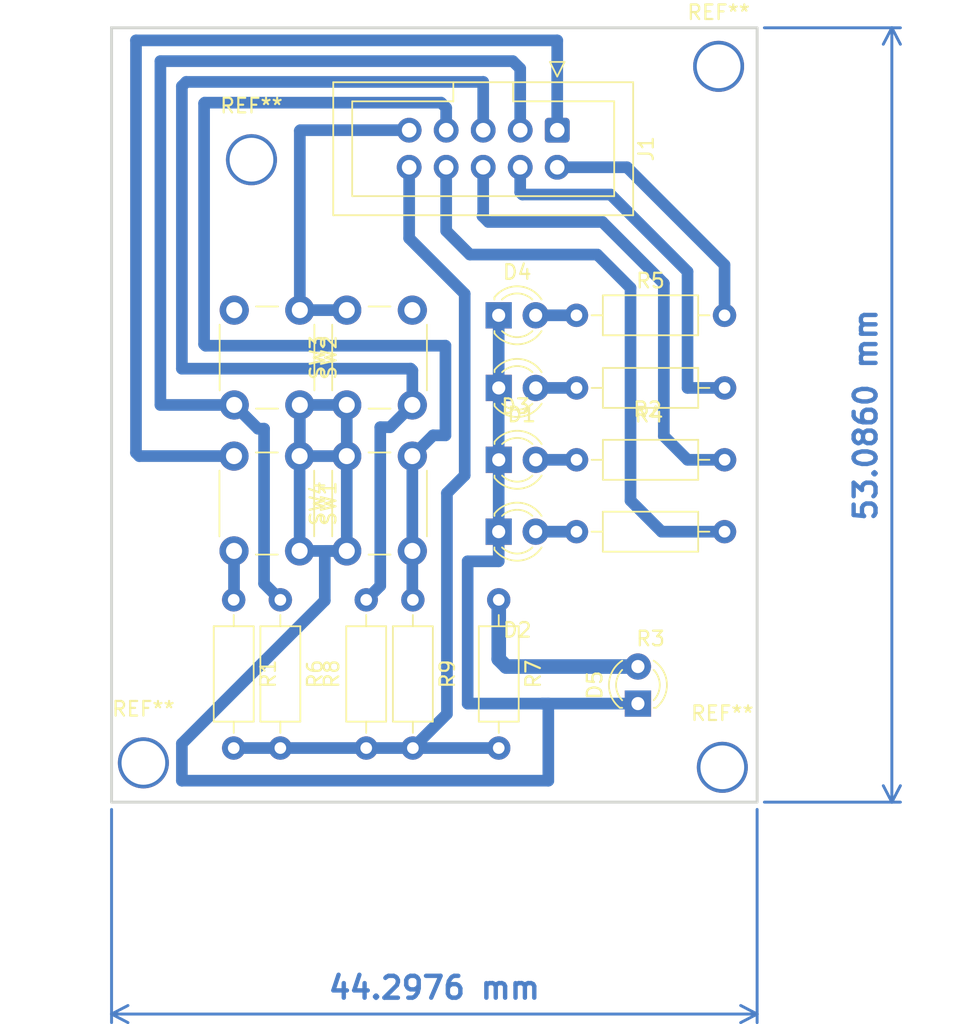
<source format=kicad_pcb>
(kicad_pcb (version 20211014) (generator pcbnew)
  (layers (0 "F.Cu" signal) (31 "B.Cu" signal) (34 "B.Paste" user) (35 "F.Paste" user) (36 "B.SilkS" user "B.Silkscreen") (37 "F.SilkS" user "F.Silkscreen") (38 "B.Mask" user) (39 "F.Mask" user) (44 "Edge.Cuts" user))
  (net 0 "")
  (net 1 "GND")
  (net 2 "Net-(D1-Pad2)")
  (net 3 "Net-(D2-Pad2)")
  (net 4 "Net-(D3-Pad2)")
  (net 5 "Net-(D4-Pad2)")
  (net 6 "/5v")
  (net 7 "/B1")
  (net 8 "/L2")
  (net 9 "/L3")
  (net 10 "/L4")
  (net 11 "/L1")
  (net 12 "/B2")
  (net 13 "/B3")
  (net 14 "/B4")
  (net 15 "Net-(D5-Pad2)")
  (footprint "Resistor_THT:R_Axial_DIN0207_L6.3mm_D2.5mm_P10.16mm_Horizontal" (layer "F.Cu") (at 54.615 48.9204)
    (fp_text reference "R3" (at 5.08 12.2604) (layer "F.SilkS"))
    (fp_text value "1000")
    (fp_line (start 1.81 1.37) (end 8.35 1.37) (layer "F.SilkS") (width 0.12))
    (fp_line (start 9.12 0) (end 8.35 0) (layer "F.SilkS") (width 0.12))
    (fp_line (start 8.35 1.37) (end 8.35 -1.37) (layer "F.SilkS") (width 0.12))
    (fp_line (start 8.35 -1.37) (end 1.81 -1.37) (layer "F.SilkS") (width 0.12))
    (fp_line (start 1.04 0) (end 1.81 0) (layer "F.SilkS") (width 0.12))
    (fp_line (start 1.81 -1.37) (end 1.81 1.37) (layer "F.SilkS") (width 0.12))
    (pad "1" thru_hole circle (at 0 0) (size 1.6 1.6) (drill 0.8) (layers *.Cu *.Mask) (net 3 "Net-(D2-Pad2)"))
    (pad "2" thru_hole oval (at 10.16 0) (size 1.6 1.6) (drill 0.8) (layers *.Cu *.Mask) (net 9 "/L3"))
  )
  (footprint "MountingHole:MountingHole_2.7mm_Pad" (layer "F.Cu") (at 32.3088 28.3464)
    (fp_text reference "REF**" (at 0 -3.7) (layer "F.SilkS"))
    (fp_text value "MountingHole_2.7mm_Pad")
    (pad "1" thru_hole circle (at 0 0) (size 3.5 3.5) (drill 3) (layers *.Cu *.Mask))
  )
  (footprint "MountingHole:MountingHole_2.7mm_Pad" (layer "F.Cu") (at 64.6176 70.0024)
    (fp_text reference "REF**" (at 0 -3.7) (layer "F.SilkS"))
    (fp_text value "MountingHole_2.7mm_Pad")
    (pad "1" thru_hole circle (at 0 0) (size 3.5 3.5) (drill 3) (layers *.Cu *.Mask))
  )
  (footprint "LED_THT:LED_D3.0mm" (layer "F.Cu") (at 49.271 39.0144)
    (fp_text reference "D4" (at 1.27 -2.96) (layer "F.SilkS"))
    (fp_text value "LED")
    (fp_line (start -0.29 1.08) (end -0.29 1.236) (layer "F.SilkS") (width 0.12))
    (fp_line (start -0.29 -1.236) (end -0.29 -1.08) (layer "F.SilkS") (width 0.12))
    (fp_arc (start 2.942335 1.078608) (mid 1.366487 1.987659) (end -0.29 1.235516) (layer "F.SilkS") (width 0.12))
    (fp_arc (start -0.29 -1.235516) (mid 1.366487 -1.987659) (end 2.942335 -1.078608) (layer "F.SilkS") (width 0.12))
    (fp_arc (start 2.31113 1.079837) (mid 1.270117 1.5) (end 0.229039 1.08) (layer "F.SilkS") (width 0.12))
    (fp_arc (start 0.229039 -1.08) (mid 1.270117 -1.5) (end 2.31113 -1.079837) (layer "F.SilkS") (width 0.12))
    (pad "1" thru_hole rect (at 0 0) (size 1.8 1.8) (drill 0.9) (layers *.Cu *.Mask) (net 1 "GND"))
    (pad "2" thru_hole circle (at 2.54 0) (size 1.8 1.8) (drill 0.9) (layers *.Cu *.Mask) (net 5 "Net-(D4-Pad2)"))
  )
  (footprint "LED_THT:LED_D3.0mm" (layer "F.Cu") (at 49.276 43.9928)
    (fp_text reference "D1" (at 1.5748 1.8288) (layer "F.SilkS"))
    (fp_text value "LED")
    (fp_line (start -0.29 1.08) (end -0.29 1.236) (layer "F.SilkS") (width 0.12))
    (fp_line (start -0.29 -1.236) (end -0.29 -1.08) (layer "F.SilkS") (width 0.12))
    (fp_arc (start 2.31113 1.079837) (mid 1.270117 1.5) (end 0.229039 1.08) (layer "F.SilkS") (width 0.12))
    (fp_arc (start 0.229039 -1.08) (mid 1.270117 -1.5) (end 2.31113 -1.079837) (layer "F.SilkS") (width 0.12))
    (fp_arc (start -0.29 -1.235516) (mid 1.366487 -1.987659) (end 2.942335 -1.078608) (layer "F.SilkS") (width 0.12))
    (fp_arc (start 2.942335 1.078608) (mid 1.366487 1.987659) (end -0.29 1.235516) (layer "F.SilkS") (width 0.12))
    (pad "1" thru_hole rect (at 0 0) (size 1.8 1.8) (drill 0.9) (layers *.Cu *.Mask) (net 1 "GND"))
    (pad "2" thru_hole circle (at 2.54 0) (size 1.8 1.8) (drill 0.9) (layers *.Cu *.Mask) (net 2 "Net-(D1-Pad2)"))
  )
  (footprint "Resistor_THT:R_Axial_DIN0207_L6.3mm_D2.5mm_P10.16mm_Horizontal" (layer "F.Cu") (at 40.1828 68.6816 90)
    (fp_text reference "R8" (at 5.08 -2.37 90) (layer "F.SilkS"))
    (fp_text value "R")
    (fp_line (start 8.35 1.37) (end 8.35 -1.37) (layer "F.SilkS") (width 0.12))
    (fp_line (start 9.12 0) (end 8.35 0) (layer "F.SilkS") (width 0.12))
    (fp_line (start 1.81 -1.37) (end 1.81 1.37) (layer "F.SilkS") (width 0.12))
    (fp_line (start 1.81 1.37) (end 8.35 1.37) (layer "F.SilkS") (width 0.12))
    (fp_line (start 1.04 0) (end 1.81 0) (layer "F.SilkS") (width 0.12))
    (fp_line (start 8.35 -1.37) (end 1.81 -1.37) (layer "F.SilkS") (width 0.12))
    (pad "1" thru_hole circle (at 0 0 90) (size 1.6 1.6) (drill 0.8) (layers *.Cu *.Mask) (net 6 "/5v"))
    (pad "2" thru_hole oval (at 10.16 0 90) (size 1.6 1.6) (drill 0.8) (layers *.Cu *.Mask) (net 13 "/B3"))
  )
  (footprint "Resistor_THT:R_Axial_DIN0207_L6.3mm_D2.5mm_P10.16mm_Horizontal" (layer "F.Cu") (at 54.615 43.9928)
    (fp_text reference "R2" (at 4.8718 1.4732) (layer "F.SilkS"))
    (fp_text value "1000")
    (fp_line (start 1.81 1.37) (end 8.35 1.37) (layer "F.SilkS") (width 0.12))
    (fp_line (start 8.35 1.37) (end 8.35 -1.37) (layer "F.SilkS") (width 0.12))
    (fp_line (start 9.12 0) (end 8.35 0) (layer "F.SilkS") (width 0.12))
    (fp_line (start 1.04 0) (end 1.81 0) (layer "F.SilkS") (width 0.12))
    (fp_line (start 8.35 -1.37) (end 1.81 -1.37) (layer "F.SilkS") (width 0.12))
    (fp_line (start 1.81 -1.37) (end 1.81 1.37) (layer "F.SilkS") (width 0.12))
    (pad "1" thru_hole circle (at 0 0) (size 1.6 1.6) (drill 0.8) (layers *.Cu *.Mask) (net 2 "Net-(D1-Pad2)"))
    (pad "2" thru_hole oval (at 10.16 0) (size 1.6 1.6) (drill 0.8) (layers *.Cu *.Mask) (net 8 "/L2"))
  )
  (footprint "LED_THT:LED_D3.0mm" (layer "F.Cu") (at 49.276 48.9204)
    (fp_text reference "D2" (at 1.27 11.6704) (layer "F.SilkS"))
    (fp_text value "LED")
    (fp_line (start -0.29 1.08) (end -0.29 1.236) (layer "F.SilkS") (width 0.12))
    (fp_line (start -0.29 -1.236) (end -0.29 -1.08) (layer "F.SilkS") (width 0.12))
    (fp_arc (start -0.29 -1.235516) (mid 1.366487 -1.987659) (end 2.942335 -1.078608) (layer "F.SilkS") (width 0.12))
    (fp_arc (start 0.229039 -1.08) (mid 1.270117 -1.5) (end 2.31113 -1.079837) (layer "F.SilkS") (width 0.12))
    (fp_arc (start 2.942335 1.078608) (mid 1.366487 1.987659) (end -0.29 1.235516) (layer "F.SilkS") (width 0.12))
    (fp_arc (start 2.31113 1.079837) (mid 1.270117 1.5) (end 0.229039 1.08) (layer "F.SilkS") (width 0.12))
    (pad "1" thru_hole rect (at 0 0) (size 1.8 1.8) (drill 0.9) (layers *.Cu *.Mask) (net 1 "GND"))
    (pad "2" thru_hole circle (at 2.54 0) (size 1.8 1.8) (drill 0.9) (layers *.Cu *.Mask) (net 3 "Net-(D2-Pad2)"))
  )
  (footprint "LED_THT:LED_D3.0mm" (layer "F.Cu") (at 58.8264 65.6336 90)
    (fp_text reference "D5" (at 1.27 -2.96 90) (layer "F.SilkS"))
    (fp_text value "LED")
    (fp_line (start -0.29 1.08) (end -0.29 1.236) (layer "F.SilkS") (width 0.12))
    (fp_line (start -0.29 -1.236) (end -0.29 -1.08) (layer "F.SilkS") (width 0.12))
    (fp_arc (start 2.31113 1.079837) (mid 1.270117 1.5) (end 0.229039 1.08) (layer "F.SilkS") (width 0.12))
    (fp_arc (start 2.942335 1.078608) (mid 1.366487 1.987659) (end -0.29 1.235516) (layer "F.SilkS") (width 0.12))
    (fp_arc (start 0.229039 -1.08) (mid 1.270117 -1.5) (end 2.31113 -1.079837) (layer "F.SilkS") (width 0.12))
    (fp_arc (start -0.29 -1.235516) (mid 1.366487 -1.987659) (end 2.942335 -1.078608) (layer "F.SilkS") (width 0.12))
    (pad "1" thru_hole rect (at 0 0 90) (size 1.8 1.8) (drill 0.9) (layers *.Cu *.Mask) (net 1 "GND"))
    (pad "2" thru_hole circle (at 2.54 0 90) (size 1.8 1.8) (drill 0.9) (layers *.Cu *.Mask) (net 15 "Net-(D5-Pad2)"))
  )
  (footprint "Connector_IDC:IDC-Header_2x05_P2.54mm_Vertical" (layer "F.Cu") (at 53.2892 26.3239 -90)
    (fp_text reference "J1" (at 1.27 -6.1 90) (layer "F.SilkS"))
    (fp_text value "Control Botones")
    (fp_line (start 4.52 -3.91) (end 4.52 14.07) (layer "F.SilkS") (width 0.12))
    (fp_line (start -4.68 0.5) (end -3.68 0) (layer "F.SilkS") (width 0.12))
    (fp_line (start -3.29 3.03) (end -1.98 3.03) (layer "F.SilkS") (width 0.12))
    (fp_line (start -1.98 14.07) (end -1.98 7.13) (layer "F.SilkS") (width 0.12))
    (fp_line (start 4.52 14.07) (end -1.98 14.07) (layer "F.SilkS") (width 0.12))
    (fp_line (start -1.98 7.13) (end -3.29 7.13) (layer "F.SilkS") (width 0.12))
    (fp_line (start -1.98 -3.91) (end 4.52 -3.91) (layer "F.SilkS") (width 0.12))
    (fp_line (start 5.83 15.37) (end -3.29 15.37) (layer "F.SilkS") (width 0.12))
    (fp_line (start -4.68 -0.5) (end -4.68 0.5) (layer "F.SilkS") (width 0.12))
    (fp_line (start 5.83 -5.21) (end 5.83 15.37) (layer "F.SilkS") (width 0.12))
    (fp_line (start -1.98 7.13) (end -1.98 7.13) (layer "F.SilkS") (width 0.12))
    (fp_line (start -3.29 -5.21) (end 5.83 -5.21) (layer "F.SilkS") (width 0.12))
    (fp_line (start -3.68 0) (end -4.68 -0.5) (layer "F.SilkS") (width 0.12))
    (fp_line (start -1.98 3.03) (end -1.98 -3.91) (layer "F.SilkS") (width 0.12))
    (fp_line (start -3.29 15.37) (end -3.29 -5.21) (layer "F.SilkS") (width 0.12))
    (pad "1" thru_hole roundrect (at 0 0 270) (size 1.7 1.7) (drill 1) (layers *.Cu *.Mask) (roundrect_rratio 0.147059) (net 7 "/B1"))
    (pad "2" thru_hole circle (at 2.54 0 270) (size 1.7 1.7) (drill 1) (layers *.Cu *.Mask) (net 11 "/L1"))
    (pad "3" thru_hole circle (at 0 2.54 270) (size 1.7 1.7) (drill 1) (layers *.Cu *.Mask) (net 12 "/B2"))
    (pad "4" thru_hole circle (at 2.54 2.54 270) (size 1.7 1.7) (drill 1) (layers *.Cu *.Mask) (net 8 "/L2"))
    (pad "5" thru_hole circle (at 0 5.08 270) (size 1.7 1.7) (drill 1) (layers *.Cu *.Mask) (net 13 "/B3"))
    (pad "6" thru_hole circle (at 2.54 5.08 270) (size 1.7 1.7) (drill 1) (layers *.Cu *.Mask) (net 9 "/L3"))
    (pad "7" thru_hole circle (at 0 7.62 270) (size 1.7 1.7) (drill 1) (layers *.Cu *.Mask) (net 14 "/B4"))
    (pad "8" thru_hole circle (at 2.54 7.62 270) (size 1.7 1.7) (drill 1) (layers *.Cu *.Mask) (net 10 "/L4"))
    (pad "9" thru_hole circle (at 0 10.16 270) (size 1.7 1.7) (drill 1) (layers *.Cu *.Mask) (net 1 "GND"))
    (pad "10" thru_hole circle (at 2.54 10.16 270) (size 1.7 1.7) (drill 1) (layers *.Cu *.Mask) (net 6 "/5v"))
  )
  (footprint "Resistor_THT:R_Axial_DIN0207_L6.3mm_D2.5mm_P10.16mm_Horizontal" (layer "F.Cu") (at 54.61 39.0144)
    (fp_text reference "R5" (at 5.08 -2.37) (layer "F.SilkS"))
    (fp_text value "1000")
    (fp_line (start 1.81 1.37) (end 8.35 1.37) (layer "F.SilkS") (width 0.12))
    (fp_line (start 8.35 1.37) (end 8.35 -1.37) (layer "F.SilkS") (width 0.12))
    (fp_line (start 1.04 0) (end 1.81 0) (layer "F.SilkS") (width 0.12))
    (fp_line (start 1.81 -1.37) (end 1.81 1.37) (layer "F.SilkS") (width 0.12))
    (fp_line (start 9.12 0) (end 8.35 0) (layer "F.SilkS") (width 0.12))
    (fp_line (start 8.35 -1.37) (end 1.81 -1.37) (layer "F.SilkS") (width 0.12))
    (pad "1" thru_hole circle (at 0 0) (size 1.6 1.6) (drill 0.8) (layers *.Cu *.Mask) (net 5 "Net-(D4-Pad2)"))
    (pad "2" thru_hole oval (at 10.16 0) (size 1.6 1.6) (drill 0.8) (layers *.Cu *.Mask) (net 11 "/L1"))
  )
  (footprint "Resistor_THT:R_Axial_DIN0207_L6.3mm_D2.5mm_P10.16mm_Horizontal" (layer "F.Cu") (at 43.3832 58.5216 -90)
    (fp_text reference "R9" (at 5.08 -2.37 90) (layer "F.SilkS"))
    (fp_text value "R")
    (fp_line (start 9.12 0) (end 8.35 0) (layer "F.SilkS") (width 0.12))
    (fp_line (start 1.81 1.37) (end 8.35 1.37) (layer "F.SilkS") (width 0.12))
    (fp_line (start 1.81 -1.37) (end 1.81 1.37) (layer "F.SilkS") (width 0.12))
    (fp_line (start 8.35 -1.37) (end 1.81 -1.37) (layer "F.SilkS") (width 0.12))
    (fp_line (start 1.04 0) (end 1.81 0) (layer "F.SilkS") (width 0.12))
    (fp_line (start 8.35 1.37) (end 8.35 -1.37) (layer "F.SilkS") (width 0.12))
    (pad "1" thru_hole circle (at 0 0 270) (size 1.6 1.6) (drill 0.8) (layers *.Cu *.Mask) (net 14 "/B4"))
    (pad "2" thru_hole oval (at 10.16 0 270) (size 1.6 1.6) (drill 0.8) (layers *.Cu *.Mask) (net 6 "/5v"))
  )
  (footprint "Resistor_THT:R_Axial_DIN0207_L6.3mm_D2.5mm_P10.16mm_Horizontal" (layer "F.Cu") (at 54.61 53.848)
    (fp_text reference "R4" (at 4.9784 -8.0088) (layer "F.SilkS"))
    (fp_text value "1000")
    (fp_line (start 8.35 -1.37) (end 1.81 -1.37) (layer "F.SilkS") (width 0.12))
    (fp_line (start 1.04 0) (end 1.81 0) (layer "F.SilkS") (width 0.12))
    (fp_line (start 1.81 -1.37) (end 1.81 1.37) (layer "F.SilkS") (width 0.12))
    (fp_line (start 1.81 1.37) (end 8.35 1.37) (layer "F.SilkS") (width 0.12))
    (fp_line (start 9.12 0) (end 8.35 0) (layer "F.SilkS") (width 0.12))
    (fp_line (start 8.35 1.37) (end 8.35 -1.37) (layer "F.SilkS") (width 0.12))
    (pad "1" thru_hole circle (at 0 0) (size 1.6 1.6) (drill 0.8) (layers *.Cu *.Mask) (net 4 "Net-(D3-Pad2)"))
    (pad "2" thru_hole oval (at 10.16 0) (size 1.6 1.6) (drill 0.8) (layers *.Cu *.Mask) (net 10 "/L4"))
  )
  (footprint "Button_Switch_THT:SW_PUSH_6mm" (layer "F.Cu") (at 35.6108 48.6664 -90)
    (fp_text reference "SW1" (at 3.25 -2 90) (layer "F.SilkS"))
    (fp_text value "SW_Push")
    (fp_line (start 6.75 3) (end 6.75 1.5) (layer "F.SilkS") (width 0.12))
    (fp_line (start -0.25 1.5) (end -0.25 3) (layer "F.SilkS") (width 0.12))
    (fp_line (start 5.5 -1) (end 1 -1) (layer "F.SilkS") (width 0.12))
    (fp_line (start 1 5.5) (end 5.5 5.5) (layer "F.SilkS") (width 0.12))
    (pad "1" thru_hole circle (at 6.5 0) (size 2 2) (drill 1.1) (layers *.Cu *.Mask) (net 1 "GND"))
    (pad "1" thru_hole circle (at 0 0) (size 2 2) (drill 1.1) (layers *.Cu *.Mask) (net 1 "GND"))
    (pad "2" thru_hole circle (at 0 4.5) (size 2 2) (drill 1.1) (layers *.Cu *.Mask) (net 7 "/B1"))
    (pad "2" thru_hole circle (at 6.5 4.5) (size 2 2) (drill 1.1) (layers *.Cu *.Mask) (net 7 "/B1"))
  )
  (footprint "MountingHole:MountingHole_2.7mm_Pad" (layer "F.Cu") (at 64.3636 21.9456)
    (fp_text reference "REF**" (at 0 -3.7) (layer "F.SilkS"))
    (fp_text value "MountingHole_2.7mm_Pad")
    (pad "1" thru_hole circle (at 0 0) (size 3.5 3.5) (drill 3) (layers *.Cu *.Mask))
  )
  (footprint "Resistor_THT:R_Axial_DIN0207_L6.3mm_D2.5mm_P10.16mm_Horizontal" (layer "F.Cu") (at 34.29 58.5216 -90)
    (fp_text reference "R6" (at 5.08 -2.37 90) (layer "F.SilkS"))
    (fp_text value "R")
    (fp_line (start 8.35 1.37) (end 8.35 -1.37) (layer "F.SilkS") (width 0.12))
    (fp_line (start 1.81 -1.37) (end 1.81 1.37) (layer "F.SilkS") (width 0.12))
    (fp_line (start 9.12 0) (end 8.35 0) (layer "F.SilkS") (width 0.12))
    (fp_line (start 1.81 1.37) (end 8.35 1.37) (layer "F.SilkS") (width 0.12))
    (fp_line (start 1.04 0) (end 1.81 0) (layer "F.SilkS") (width 0.12))
    (fp_line (start 8.35 -1.37) (end 1.81 -1.37) (layer "F.SilkS") (width 0.12))
    (pad "1" thru_hole circle (at 0 0 270) (size 1.6 1.6) (drill 0.8) (layers *.Cu *.Mask) (net 12 "/B2"))
    (pad "2" thru_hole oval (at 10.16 0 270) (size 1.6 1.6) (drill 0.8) (layers *.Cu *.Mask) (net 6 "/5v"))
  )
  (footprint "Resistor_THT:R_Axial_DIN0207_L6.3mm_D2.5mm_P10.16mm_Horizontal" (layer "F.Cu") (at 49.276 58.5216 -90)
    (fp_text reference "R7" (at 5.08 -2.37 90) (layer "F.SilkS"))
    (fp_text value "1000")
    (fp_line (start 1.04 0) (end 1.81 0) (layer "F.SilkS") (width 0.12))
    (fp_line (start 1.81 1.37) (end 8.35 1.37) (layer "F.SilkS") (width 0.12))
    (fp_line (start 8.35 1.37) (end 8.35 -1.37) (layer "F.SilkS") (width 0.12))
    (fp_line (start 9.12 0) (end 8.35 0) (layer "F.SilkS") (width 0.12))
    (fp_line (start 1.81 -1.37) (end 1.81 1.37) (layer "F.SilkS") (width 0.12))
    (fp_line (start 8.35 -1.37) (end 1.81 -1.37) (layer "F.SilkS") (width 0.12))
    (pad "1" thru_hole circle (at 0 0 270) (size 1.6 1.6) (drill 0.8) (layers *.Cu *.Mask) (net 15 "Net-(D5-Pad2)"))
    (pad "2" thru_hole oval (at 10.16 0 270) (size 1.6 1.6) (drill 0.8) (layers *.Cu *.Mask) (net 6 "/5v"))
  )
  (footprint "Button_Switch_THT:SW_PUSH_6mm" (layer "F.Cu") (at 38.8472 55.1676 90)
    (fp_text reference "SW4" (at 3.25 -2 90) (layer "F.SilkS"))
    (fp_text value "SW_Push")
    (fp_line (start 6.75 3) (end 6.75 1.5) (layer "F.SilkS") (width 0.12))
    (fp_line (start 1 5.5) (end 5.5 5.5) (layer "F.SilkS") (width 0.12))
    (fp_line (start -0.25 1.5) (end -0.25 3) (layer "F.SilkS") (width 0.12))
    (fp_line (start 5.5 -1) (end 1 -1) (layer "F.SilkS") (width 0.12))
    (pad "1" thru_hole circle (at 0 0 180) (size 2 2) (drill 1.1) (layers *.Cu *.Mask) (net 1 "GND"))
    (pad "1" thru_hole circle (at 6.5 0 180) (size 2 2) (drill 1.1) (layers *.Cu *.Mask) (net 1 "GND"))
    (pad "2" thru_hole circle (at 0 4.5 180) (size 2 2) (drill 1.1) (layers *.Cu *.Mask) (net 14 "/B4"))
    (pad "2" thru_hole circle (at 6.5 4.5 180) (size 2 2) (drill 1.1) (layers *.Cu *.Mask) (net 14 "/B4"))
  )
  (footprint "Resistor_THT:R_Axial_DIN0207_L6.3mm_D2.5mm_P10.16mm_Horizontal" (layer "F.Cu") (at 31.0896 58.5216 -90)
    (fp_text reference "R1" (at 5.08 -2.37 90) (layer "F.SilkS"))
    (fp_text value "R")
    (fp_line (start 1.81 -1.37) (end 1.81 1.37) (layer "F.SilkS") (width 0.12))
    (fp_line (start 8.35 -1.37) (end 1.81 -1.37) (layer "F.SilkS") (width 0.12))
    (fp_line (start 1.81 1.37) (end 8.35 1.37) (layer "F.SilkS") (width 0.12))
    (fp_line (start 1.04 0) (end 1.81 0) (layer "F.SilkS") (width 0.12))
    (fp_line (start 8.35 1.37) (end 8.35 -1.37) (layer "F.SilkS") (width 0.12))
    (fp_line (start 9.12 0) (end 8.35 0) (layer "F.SilkS") (width 0.12))
    (pad "1" thru_hole circle (at 0 0 270) (size 1.6 1.6) (drill 0.8) (layers *.Cu *.Mask) (net 7 "/B1"))
    (pad "2" thru_hole oval (at 10.16 0 270) (size 1.6 1.6) (drill 0.8) (layers *.Cu *.Mask) (net 6 "/5v"))
  )
  (footprint "MountingHole:MountingHole_2.7mm_Pad" (layer "F.Cu") (at 24.892 69.6976)
    (fp_text reference "REF**" (at 0 -3.7) (layer "F.SilkS"))
    (fp_text value "MountingHole_2.7mm_Pad")
    (pad "1" thru_hole circle (at 0 0) (size 3.5 3.5) (drill 3) (layers *.Cu *.Mask))
  )
  (footprint "Button_Switch_THT:SW_PUSH_6mm" (layer "F.Cu") (at 38.8472 45.16 90)
    (fp_text reference "SW3" (at 3.25 -2 90) (layer "F.SilkS"))
    (fp_text value "SW_Push")
    (fp_line (start 1 5.5) (end 5.5 5.5) (layer "F.SilkS") (width 0.12))
    (fp_line (start 6.75 3) (end 6.75 1.5) (layer "F.SilkS") (width 0.12))
    (fp_line (start 5.5 -1) (end 1 -1) (layer "F.SilkS") (width 0.12))
    (fp_line (start -0.25 1.5) (end -0.25 3) (layer "F.SilkS") (width 0.12))
    (pad "1" thru_hole circle (at 0 0 180) (size 2 2) (drill 1.1) (layers *.Cu *.Mask) (net 1 "GND"))
    (pad "1" thru_hole circle (at 6.5 0 180) (size 2 2) (drill 1.1) (layers *.Cu *.Mask) (net 1 "GND"))
    (pad "2" thru_hole circle (at 6.5 4.5 180) (size 2 2) (drill 1.1) (layers *.Cu *.Mask) (net 13 "/B3"))
    (pad "2" thru_hole circle (at 0 4.5 180) (size 2 2) (drill 1.1) (layers *.Cu *.Mask) (net 13 "/B3"))
  )
  (footprint "Button_Switch_THT:SW_PUSH_6mm" (layer "F.Cu") (at 35.6256 38.66 -90)
    (fp_text reference "SW2" (at 3.25 -2 90) (layer "F.SilkS"))
    (fp_text value "SW_Push")
    (fp_line (start 6.75 3) (end 6.75 1.5) (layer "F.SilkS") (width 0.12))
    (fp_line (start -0.25 1.5) (end -0.25 3) (layer "F.SilkS") (width 0.12))
    (fp_line (start 5.5 -1) (end 1 -1) (layer "F.SilkS") (width 0.12))
    (fp_line (start 1 5.5) (end 5.5 5.5) (layer "F.SilkS") (width 0.12))
    (pad "1" thru_hole circle (at 0 0) (size 2 2) (drill 1.1) (layers *.Cu *.Mask) (net 1 "GND"))
    (pad "1" thru_hole circle (at 6.5 0) (size 2 2) (drill 1.1) (layers *.Cu *.Mask) (net 1 "GND"))
    (pad "2" thru_hole circle (at 0 4.5) (size 2 2) (drill 1.1) (layers *.Cu *.Mask) (net 12 "/B2"))
    (pad "2" thru_hole circle (at 6.5 4.5) (size 2 2) (drill 1.1) (layers *.Cu *.Mask) (net 12 "/B2"))
  )
  (footprint "LED_THT:LED_D3.0mm" (layer "F.Cu") (at 49.271 53.848)
    (fp_text reference "D3" (at 1.1684 -8.5988) (layer "F.SilkS"))
    (fp_text value "LED")
    (fp_line (start -0.29 -1.236) (end -0.29 -1.08) (layer "F.SilkS") (width 0.12))
    (fp_line (start -0.29 1.08) (end -0.29 1.236) (layer "F.SilkS") (width 0.12))
    (fp_arc (start 2.31113 1.079837) (mid 1.270117 1.5) (end 0.229039 1.08) (layer "F.SilkS") (width 0.12))
    (fp_arc (start 0.229039 -1.08) (mid 1.270117 -1.5) (end 2.31113 -1.079837) (layer "F.SilkS") (width 0.12))
    (fp_arc (start -0.29 -1.235516) (mid 1.366487 -1.987659) (end 2.942335 -1.078608) (layer "F.SilkS") (width 0.12))
    (fp_arc (start 2.942335 1.078608) (mid 1.366487 1.987659) (end -0.29 1.235516) (layer "F.SilkS") (width 0.12))
    (pad "1" thru_hole rect (at 0 0) (size 1.8 1.8) (drill 0.9) (layers *.Cu *.Mask) (net 1 "GND"))
    (pad "2" thru_hole circle (at 2.54 0) (size 1.8 1.8) (drill 0.9) (layers *.Cu *.Mask) (net 4 "Net-(D3-Pad2)"))
  )
  (gr_rect (start 22.7076 19.304) (end 67.0052 72.39) (layer "Edge.Cuts") (width 0.2) (fill none))
  (dimension (type aligned) (layer "B.Cu") (pts (xy 22.7076 72.39) (xy 67.0052 72.39)) (height 14.5288) (gr_text "44.2976 mm" (at 44.8564 85.1188) (layer "B.Cu") (effects (font (size 1.5 1.5) (thickness 0.3)))) (format (units 3) (units_format 1) (precision 4)) (style (thickness 0.2) (arrow_length 1.27) (text_position_mode 0) (extension_height 0.58642) (extension_offset 0.5) keep_text_aligned))
  (dimension (type aligned) (layer "B.Cu") (pts (xy 67.0052 19.304) (xy 67.0052 72.39)) (height -9.2456) (gr_text "53.0860 mm" (at 74.4508 45.847 90) (layer "B.Cu") (effects (font (size 1.5 1.5) (thickness 0.3)))) (format (units 3) (units_format 1) (precision 4)) (style (thickness 0.2) (arrow_length 1.27) (text_position_mode 0) (extension_height 0.58642) (extension_offset 0.5) keep_text_aligned))
  (segment (start 38.8472 45.16) (end 35.6256 45.16) (width 0.8) (layer "B.Cu") (net 1))
  (segment (start 38.8472 45.16) (end 38.8472 48.6676) (width 0.8) (layer "B.Cu") (net 1))
  (segment (start 52.6796 70.9168) (end 52.6796 65.6336) (width 0.8) (layer "B.Cu") (net 1))
  (segment (start 27.5336 68.3768) (end 27.5336 70.9168) (width 0.8) (layer "B.Cu") (net 1))
  (segment (start 47.1424 55.88) (end 49.271 55.88) (width 0.8) (layer "B.Cu") (net 1))
  (segment (start 35.6616 26.3239) (end 35.6256 26.3599) (width 0.8) (layer "B.Cu") (net 1))
  (segment (start 35.6256 48.6516) (end 35.6108 48.6664) (width 0.8) (layer "B.Cu") (net 1))
  (segment (start 52.2732 65.6336) (end 58.8264 65.6336) (width 0.8) (layer "B.Cu") (net 1))
  (segment (start 47.1424 65.6336) (end 47.1424 55.88) (width 0.8) (layer "B.Cu") (net 1))
  (segment (start 37.3392 55.1676) (end 37.338 55.1688) (width 0.8) (layer "B.Cu") (net 1))
  (segment (start 38.8472 38.66) (end 35.6256 38.66) (width 0.8) (layer "B.Cu") (net 1))
  (segment (start 27.5336 70.9168) (end 52.6796 70.9168) (width 0.8) (layer "B.Cu") (net 1))
  (segment (start 38.8472 48.6676) (end 35.612 48.6676) (width 0.8) (layer "B.Cu") (net 1))
  (segment (start 49.271 55.88) (end 49.271 39.0144) (width 0.8) (layer "B.Cu") (net 1))
  (segment (start 35.6256 45.16) (end 35.6256 48.6516) (width 0.8) (layer "B.Cu") (net 1))
  (segment (start 37.338 58.5724) (end 27.5336 68.3768) (width 0.8) (layer "B.Cu") (net 1))
  (segment (start 52.6796 65.6336) (end 52.2732 65.6336) (width 0.8) (layer "B.Cu") (net 1))
  (segment (start 38.8472 55.1676) (end 38.8472 48.6676) (width 0.8) (layer "B.Cu") (net 1))
  (segment (start 38.8472 55.1676) (end 37.3392 55.1676) (width 0.8) (layer "B.Cu") (net 1))
  (segment (start 37.338 55.1688) (end 37.338 58.5724) (width 0.8) (layer "B.Cu") (net 1))
  (segment (start 35.6256 26.3599) (end 35.6256 38.66) (width 0.8) (layer "B.Cu") (net 1))
  (segment (start 35.6108 48.6664) (end 35.6108 55.1664) (width 0.8) (layer "B.Cu") (net 1))
  (segment (start 43.1292 26.3239) (end 35.6616 26.3239) (width 0.8) (layer "B.Cu") (net 1))
  (segment (start 35.612 55.1676) (end 35.6108 55.1664) (width 0.8) (layer "B.Cu") (net 1))
  (segment (start 52.2732 65.6336) (end 47.1424 65.6336) (width 0.8) (layer "B.Cu") (net 1))
  (segment (start 35.612 48.6676) (end 35.6108 48.6664) (width 0.8) (layer "B.Cu") (net 1))
  (segment (start 38.8472 55.1676) (end 35.612 55.1676) (width 0.8) (layer "B.Cu") (net 1))
  (segment (start 54.615 43.9928) (end 51.816 43.9928) (width 0.8) (layer "B.Cu") (net 2))
  (segment (start 54.615 48.9204) (end 51.816 48.9204) (width 0.8) (layer "B.Cu") (net 3))
  (segment (start 54.61 53.848) (end 51.811 53.848) (width 0.8) (layer "B.Cu") (net 4))
  (segment (start 54.61 39.0144) (end 51.811 39.0144) (width 0.8) (layer "B.Cu") (net 5))
  (segment (start 45.72 66.3448) (end 45.72 51.2064) (width 0.8) (layer "B.Cu") (net 6))
  (segment (start 43.1292 33.7312) (end 43.1292 28.8639) (width 0.8) (layer "B.Cu") (net 6))
  (segment (start 45.72 51.2064) (end 46.9392 49.9872) (width 0.8) (layer "B.Cu") (net 6))
  (segment (start 46.9392 37.5412) (end 43.1292 33.7312) (width 0.8) (layer "B.Cu") (net 6))
  (segment (start 43.3832 68.6816) (end 45.72 66.3448) (width 0.8) (layer "B.Cu") (net 6))
  (segment (start 46.9392 49.9872) (end 46.9392 37.5412) (width 0.8) (layer "B.Cu") (net 6))
  (segment (start 43.3832 68.6816) (end 49.276 68.6816) (width 0.8) (layer "B.Cu") (net 6))
  (segment (start 43.3832 68.6816) (end 31.0896 68.6816) (width 0.8) (layer "B.Cu") (net 6))
  (segment (start 24.384 20.1676) (end 24.384 48.4396) (width 0.8) (layer "B.Cu") (net 7))
  (segment (start 24.6108 48.6664) (end 24.384 48.4396) (width 0.8) (layer "B.Cu") (net 7))
  (segment (start 31.1108 55.1664) (end 31.1108 58.5004) (width 0.8) (layer "B.Cu") (net 7))
  (segment (start 31.1108 58.5004) (end 31.0896 58.5216) (width 0.8) (layer "B.Cu") (net 7))
  (segment (start 31.1108 48.6664) (end 24.6108 48.6664) (width 0.8) (layer "B.Cu") (net 7))
  (segment (start 53.2892 20.1676) (end 24.384 20.1676) (width 0.8) (layer "B.Cu") (net 7))
  (segment (start 53.2892 26.3239) (end 53.2892 20.1676) (width 0.8) (layer "B.Cu") (net 7))
  (segment (start 62.23 36.0172) (end 56.9468 30.734) (width 0.8) (layer "B.Cu") (net 8))
  (segment (start 62.23 43.9928) (end 62.23 36.0172) (width 0.8) (layer "B.Cu") (net 8))
  (segment (start 50.9016 30.734) (end 50.7492 30.5816) (width 0.8) (layer "B.Cu") (net 8))
  (segment (start 64.775 43.9928) (end 62.23 43.9928) (width 0.8) (layer "B.Cu") (net 8))
  (segment (start 50.7492 30.5816) (end 50.7492 28.8639) (width 0.8) (layer "B.Cu") (net 8))
  (segment (start 56.9468 30.734) (end 50.9016 30.734) (width 0.8) (layer "B.Cu") (net 8))
  (segment (start 48.1584 32.2072) (end 48.2092 32.1564) (width 0.8) (layer "B.Cu") (net 9))
  (segment (start 56.388 32.6136) (end 48.5648 32.6136) (width 0.8) (layer "B.Cu") (net 9))
  (segment (start 62.23 48.9204) (end 60.6044 47.2948) (width 0.8) (layer "B.Cu") (net 9))
  (segment (start 60.6044 47.2948) (end 60.6044 36.83) (width 0.8) (layer "B.Cu") (net 9))
  (segment (start 60.6044 36.83) (end 56.388 32.6136) (width 0.8) (layer "B.Cu") (net 9))
  (segment (start 48.2092 32.1564) (end 48.2092 28.8639) (width 0.8) (layer "B.Cu") (net 9))
  (segment (start 48.5648 32.6136) (end 48.1584 32.2072) (width 0.8) (layer "B.Cu") (net 9))
  (segment (start 64.775 48.9204) (end 62.23 48.9204) (width 0.8) (layer "B.Cu") (net 9))
  (segment (start 58.3184 37.1348) (end 58.3184 51.7144) (width 0.8) (layer "B.Cu") (net 10))
  (segment (start 60.452 53.848) (end 64.77 53.848) (width 0.8) (layer "B.Cu") (net 10))
  (segment (start 45.6692 28.8639) (end 45.6692 33.2232) (width 0.8) (layer "B.Cu") (net 10))
  (segment (start 45.6692 33.2232) (end 47.2948 34.8488) (width 0.8) (layer "B.Cu") (net 10))
  (segment (start 47.2948 34.8488) (end 56.0324 34.8488) (width 0.8) (layer "B.Cu") (net 10))
  (segment (start 56.0324 34.8488) (end 58.3184 37.1348) (width 0.8) (layer "B.Cu") (net 10))
  (segment (start 58.3184 51.7144) (end 60.452 53.848) (width 0.8) (layer "B.Cu") (net 10))
  (segment (start 64.77 35.56) (end 58.0739 28.8639) (width 0.8) (layer "B.Cu") (net 11))
  (segment (start 64.77 39.0144) (end 64.77 35.56) (width 0.8) (layer "B.Cu") (net 11))
  (segment (start 58.0739 28.8639) (end 53.2892 28.8639) (width 0.8) (layer "B.Cu") (net 11))
  (segment (start 50.7492 22.098) (end 50.2412 21.59) (width 0.8) (layer "B.Cu") (net 12))
  (segment (start 33.1724 46.7868) (end 32.7524 46.7868) (width 0.8) (layer "B.Cu") (net 12))
  (segment (start 32.7524 46.7868) (end 31.1256 45.16) (width 0.8) (layer "B.Cu") (net 12))
  (segment (start 50.7492 26.3239) (end 50.7492 22.098) (width 0.8) (layer "B.Cu") (net 12))
  (segment (start 34.29 58.5216) (end 33.1724 57.404) (width 0.8) (layer "B.Cu") (net 12))
  (segment (start 33.1724 57.404) (end 33.1724 46.7868) (width 0.8) (layer "B.Cu") (net 12))
  (segment (start 26.0604 45.16) (end 31.1256 45.16) (width 0.8) (layer "B.Cu") (net 12))
  (segment (start 26.0604 21.59) (end 26.0604 45.16) (width 0.8) (layer "B.Cu") (net 12))
  (segment (start 50.2412 21.59) (end 26.0604 21.59) (width 0.8) (layer "B.Cu") (net 12))
  (segment (start 41.822 46.6852) (end 43.3472 45.16) (width 0.8) (layer "B.Cu") (net 13))
  (segment (start 27.829534 23.0124) (end 48.2092 23.0124) (width 0.8) (layer "B.Cu") (net 13))
  (segment (start 48.2092 23.0124) (end 48.2092 26.3239) (width 0.8) (layer "B.Cu") (net 13))
  (segment (start 40.1828 58.5216) (end 41.148 57.5564) (width 0.8) (layer "B.Cu") (net 13))
  (segment (start 27.5336 42.672) (end 27.5336 23.308334) (width 0.8) (layer "B.Cu") (net 13))
  (segment (start 41.148 57.5564) (end 41.148 46.6852) (width 0.8) (layer "B.Cu") (net 13))
  (segment (start 41.148 46.6852) (end 41.822 46.6852) (width 0.8) (layer "B.Cu") (net 13))
  (segment (start 43.3472 45.16) (end 43.3472 42.7884) (width 0.8) (layer "B.Cu") (net 13))
  (segment (start 27.5336 23.308334) (end 27.829534 23.0124) (width 0.8) (layer "B.Cu") (net 13))
  (segment (start 43.3472 42.7884) (end 43.2308 42.672) (width 0.8) (layer "B.Cu") (net 13))
  (segment (start 43.2308 42.672) (end 27.5336 42.672) (width 0.8) (layer "B.Cu") (net 13))
  (segment (start 43.3472 48.6676) (end 44.7708 47.244) (width 0.8) (layer "B.Cu") (net 14))
  (segment (start 29.0576 40.9956) (end 29.0576 24.4856) (width 0.8) (layer "B.Cu") (net 14))
  (segment (start 43.3472 55.1676) (end 43.3472 58.4856) (width 0.8) (layer "B.Cu") (net 14))
  (segment (start 45.6692 24.7904) (end 45.6692 26.3239) (width 0.8) (layer "B.Cu") (net 14))
  (segment (start 45.6184 47.244) (end 45.6184 41.0972) (width 0.8) (layer "B.Cu") (net 14))
  (segment (start 43.3472 58.4856) (end 43.3832 58.5216) (width 0.8) (layer "B.Cu") (net 14))
  (segment (start 29.0576 24.4856) (end 29.1084 24.4348) (width 0.8) (layer "B.Cu") (net 14))
  (segment (start 45.3136 24.4348) (end 45.6692 24.7904) (width 0.8) (layer "B.Cu") (net 14))
  (segment (start 44.7708 47.244) (end 45.6184 47.244) (width 0.8) (layer "B.Cu") (net 14))
  (segment (start 29.1084 24.4348) (end 45.3136 24.4348) (width 0.8) (layer "B.Cu") (net 14))
  (segment (start 29.1592 41.0972) (end 29.0576 40.9956) (width 0.8) (layer "B.Cu") (net 14))
  (segment (start 43.3472 48.6676) (end 43.3472 55.1676) (width 0.8) (layer "B.Cu") (net 14))
  (segment (start 45.6184 41.0972) (end 29.1592 41.0972) (width 0.8) (layer "B.Cu") (net 14))
  (segment (start 49.276 58.5216) (end 49.276 62.5856) (width 1) (layer "B.Cu") (net 15))
  (segment (start 49.276 62.5856) (end 49.784 63.0936) (width 1) (layer "B.Cu") (net 15))
  (segment (start 49.784 63.0936) (end 58.8264 63.0936) (width 1) (layer "B.Cu") (net 15))
)
</source>
